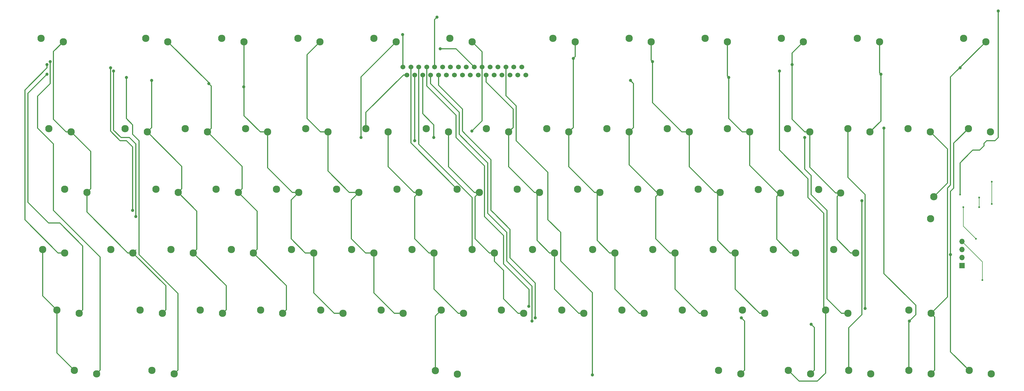
<source format=gbr>
%TF.GenerationSoftware,KiCad,Pcbnew,8.0.1*%
%TF.CreationDate,2024-06-22T21:57:47+10:00*%
%TF.ProjectId,A600KBv2,41363030-4b42-4763-922e-6b696361645f,rev?*%
%TF.SameCoordinates,Original*%
%TF.FileFunction,Copper,L2,Bot*%
%TF.FilePolarity,Positive*%
%FSLAX46Y46*%
G04 Gerber Fmt 4.6, Leading zero omitted, Abs format (unit mm)*
G04 Created by KiCad (PCBNEW 8.0.1) date 2024-06-22 21:57:47*
%MOMM*%
%LPD*%
G01*
G04 APERTURE LIST*
%TA.AperFunction,ComponentPad*%
%ADD10C,2.300000*%
%TD*%
%TA.AperFunction,ComponentPad*%
%ADD11R,1.700000X1.700000*%
%TD*%
%TA.AperFunction,ComponentPad*%
%ADD12O,1.700000X1.700000*%
%TD*%
%TA.AperFunction,ComponentPad*%
%ADD13C,1.524000*%
%TD*%
%TA.AperFunction,ViaPad*%
%ADD14C,1.000000*%
%TD*%
%TA.AperFunction,ViaPad*%
%ADD15C,0.600000*%
%TD*%
%TA.AperFunction,Conductor*%
%ADD16C,0.300000*%
%TD*%
%TA.AperFunction,Conductor*%
%ADD17C,0.200000*%
%TD*%
G04 APERTURE END LIST*
D10*
%TO.P,MX36,1,COL*%
%TO.N,/30*%
X83100000Y-159600000D03*
%TO.P,MX36,2,ROW*%
%TO.N,/14*%
X90100000Y-160650000D03*
%TD*%
%TO.P,MX78,1,COL*%
%TO.N,/7*%
X321850000Y-159600000D03*
%TO.P,MX78,2,ROW*%
%TO.N,/29*%
X328850000Y-160650000D03*
%TD*%
%TO.P,MX60,1,COL*%
%TO.N,Net-(J1-Pin_1)*%
X257600000Y-54700000D03*
%TO.P,MX60,2,ROW*%
%TO.N,/26*%
X264600000Y-55750000D03*
%TD*%
%TO.P,MX61,1,COL*%
%TO.N,/2*%
X264600000Y-83200000D03*
%TO.P,MX61,2,ROW*%
%TO.N,/26*%
X271600000Y-84250000D03*
%TD*%
%TO.P,MX41,1,COL*%
%TO.N,/7*%
X193350000Y-140500000D03*
%TO.P,MX41,2,ROW*%
%TO.N,/21*%
X200350000Y-141550000D03*
%TD*%
%TO.P,MX29,1,COL*%
%TO.N,/7*%
X155350000Y-140500000D03*
%TO.P,MX29,2,ROW*%
%TO.N,/19*%
X162350000Y-141550000D03*
%TD*%
%TO.P,MX66,1,COL*%
%TO.N,/3*%
X293350000Y-102446569D03*
%TO.P,MX66,2,ROW*%
%TO.N,/27*%
X300350000Y-103496569D03*
%TD*%
%TO.P,MX58,1,COL*%
%TO.N,Net-(J1-Pin_5)*%
X260100000Y-121400000D03*
%TO.P,MX58,2,ROW*%
%TO.N,/25*%
X267100000Y-122450000D03*
%TD*%
%TO.P,MX3,1,COL*%
%TO.N,/2*%
X50600000Y-83200000D03*
%TO.P,MX3,2,ROW*%
%TO.N,/15*%
X57600000Y-84250000D03*
%TD*%
%TO.P,MX76,1,COL*%
%TO.N,/3*%
X302850000Y-159600000D03*
%TO.P,MX76,2,ROW*%
%TO.N,/29*%
X309850000Y-160650000D03*
%TD*%
%TO.P,MX16,1,COL*%
%TO.N,Net-(J1-Pin_5)*%
X108100000Y-121400000D03*
%TO.P,MX16,2,ROW*%
%TO.N,/17*%
X115100000Y-122450000D03*
%TD*%
%TO.P,MX23,1,COL*%
%TO.N,/7*%
X136350000Y-140500000D03*
%TO.P,MX23,2,ROW*%
%TO.N,/18*%
X143350000Y-141550000D03*
%TD*%
%TO.P,MX12,1,COL*%
%TO.N,/30*%
X261850000Y-159600000D03*
%TO.P,MX12,2,ROW*%
%TO.N,/10*%
X268850000Y-160650000D03*
%TD*%
%TO.P,MX26,1,COL*%
%TO.N,/2*%
X131600000Y-83200000D03*
%TO.P,MX26,2,ROW*%
%TO.N,/19*%
X138600000Y-84250000D03*
%TD*%
%TO.P,MX70,1,COL*%
%TO.N,/2*%
X302600000Y-83200000D03*
%TO.P,MX70,2,ROW*%
%TO.N,/28*%
X309600000Y-84250000D03*
%TD*%
%TO.P,MX4,1,COL*%
%TO.N,/3*%
X55600000Y-102300000D03*
%TO.P,MX4,2,ROW*%
%TO.N,/15*%
X62600000Y-103350000D03*
%TD*%
%TO.P,MX59,1,COL*%
%TO.N,/7*%
X269350000Y-140500000D03*
%TO.P,MX59,2,ROW*%
%TO.N,/25*%
X276350000Y-141550000D03*
%TD*%
%TO.P,MX57,1,COL*%
%TO.N,/3*%
X255350000Y-102300000D03*
%TO.P,MX57,2,ROW*%
%TO.N,/25*%
X262350000Y-103350000D03*
%TD*%
%TO.P,MX46,1,COL*%
%TO.N,Net-(J1-Pin_1)*%
X209600000Y-54700000D03*
%TO.P,MX46,2,ROW*%
%TO.N,/23*%
X216600000Y-55750000D03*
%TD*%
%TO.P,MX53,1,COL*%
%TO.N,Net-(J1-Pin_5)*%
X241100000Y-121400000D03*
%TO.P,MX53,2,ROW*%
%TO.N,/24*%
X248100000Y-122450000D03*
%TD*%
%TO.P,MX72,1,COL*%
%TO.N,Net-(J1-Pin_5)*%
X340600000Y-83200000D03*
%TO.P,MX72,2,ROW*%
%TO.N,/28*%
X347600000Y-84250000D03*
%TD*%
%TO.P,MX44,1,COL*%
%TO.N,Net-(J1-Pin_5)*%
X203100000Y-121400000D03*
%TO.P,MX44,2,ROW*%
%TO.N,/22*%
X210100000Y-122450000D03*
%TD*%
%TO.P,MX73,1,COL*%
%TO.N,/7*%
X321600000Y-83200000D03*
%TO.P,MX73,2,ROW*%
%TO.N,/28*%
X328600000Y-84250000D03*
%TD*%
%TO.P,MX33,1,COL*%
%TO.N,/3*%
X160350000Y-102300000D03*
%TO.P,MX33,2,ROW*%
%TO.N,/20*%
X167350000Y-103350000D03*
%TD*%
%TO.P,MX27,1,COL*%
%TO.N,/3*%
X141350000Y-102300000D03*
%TO.P,MX27,2,ROW*%
%TO.N,/19*%
X148350000Y-103350000D03*
%TD*%
D11*
%TO.P,J2,1,Pin_1*%
%TO.N,Net-(D4-K)*%
X338606726Y-126508933D03*
D12*
%TO.P,J2,2,Pin_2*%
%TO.N,Net-(J2-Pin_2)*%
X338606726Y-123968933D03*
%TO.P,J2,3,Pin_3*%
%TO.N,Net-(J2-Pin_3)*%
X338606726Y-121428933D03*
%TO.P,J2,4,Pin_4*%
%TO.N,Net-(J2-Pin_4)*%
X338606726Y-118888933D03*
%TD*%
D10*
%TO.P,MX68,1,COL*%
%TO.N,/7*%
X172451750Y-159675000D03*
%TO.P,MX68,2,ROW*%
%TO.N,/27*%
X179451750Y-160725000D03*
%TD*%
%TO.P,MX71,1,COL*%
%TO.N,/3*%
X328675000Y-111675000D03*
%TO.P,MX71,2,ROW*%
%TO.N,/28*%
X329725000Y-104675000D03*
%TD*%
%TO.P,MX37,1,COL*%
%TO.N,Net-(J1-Pin_1)*%
X177100000Y-54700000D03*
%TO.P,MX37,2,ROW*%
%TO.N,/21*%
X184100000Y-55750000D03*
%TD*%
%TO.P,MX5,1,COL*%
%TO.N,Net-(J1-Pin_5)*%
X70100000Y-121400000D03*
%TO.P,MX5,2,ROW*%
%TO.N,/15*%
X77100000Y-122450000D03*
%TD*%
%TO.P,MX7,1,COL*%
%TO.N,/30*%
X283850000Y-159600000D03*
%TO.P,MX7,2,ROW*%
%TO.N,/8*%
X290850000Y-160650000D03*
%TD*%
%TO.P,MX18,1,COL*%
%TO.N,/30*%
X48600000Y-121400000D03*
%TO.P,MX18,2,ROW*%
%TO.N,/11*%
X55600000Y-122450000D03*
%TD*%
%TO.P,MX52,1,COL*%
%TO.N,/3*%
X236350000Y-102300000D03*
%TO.P,MX52,2,ROW*%
%TO.N,/24*%
X243350000Y-103350000D03*
%TD*%
%TO.P,MX30,1,COL*%
%TO.N,/30*%
X58600000Y-159600000D03*
%TO.P,MX30,2,ROW*%
%TO.N,/13*%
X65600000Y-160650000D03*
%TD*%
%TO.P,MX1,1,COL*%
%TO.N,/30*%
X295600000Y-140500000D03*
%TO.P,MX1,2,ROW*%
%TO.N,/6*%
X302600000Y-141550000D03*
%TD*%
%TO.P,MX15,1,COL*%
%TO.N,/3*%
X103350000Y-102300000D03*
%TO.P,MX15,2,ROW*%
%TO.N,/17*%
X110350000Y-103350000D03*
%TD*%
%TO.P,MX50,1,COL*%
%TO.N,/7*%
X231350000Y-140500000D03*
%TO.P,MX50,2,ROW*%
%TO.N,/23*%
X238350000Y-141550000D03*
%TD*%
%TO.P,MX24,1,COL*%
%TO.N,/30*%
X53100000Y-140500000D03*
%TO.P,MX24,2,ROW*%
%TO.N,/12*%
X60100000Y-141550000D03*
%TD*%
%TO.P,MX42,1,COL*%
%TO.N,/2*%
X188600000Y-83200000D03*
%TO.P,MX42,2,ROW*%
%TO.N,/22*%
X195600000Y-84250000D03*
%TD*%
%TO.P,MX25,1,COL*%
%TO.N,Net-(J1-Pin_1)*%
X129100000Y-54700000D03*
%TO.P,MX25,2,ROW*%
%TO.N,/19*%
X136100000Y-55750000D03*
%TD*%
%TO.P,MX48,1,COL*%
%TO.N,/3*%
X217350000Y-102300000D03*
%TO.P,MX48,2,ROW*%
%TO.N,/23*%
X224350000Y-103350000D03*
%TD*%
%TO.P,MX31,1,COL*%
%TO.N,Net-(J1-Pin_1)*%
X153100000Y-54700000D03*
%TO.P,MX31,2,ROW*%
%TO.N,/20*%
X160100000Y-55750000D03*
%TD*%
%TO.P,MX56,1,COL*%
%TO.N,/2*%
X245600000Y-83200000D03*
%TO.P,MX56,2,ROW*%
%TO.N,/25*%
X252600000Y-84250000D03*
%TD*%
%TO.P,MX69,1,COL*%
%TO.N,Net-(J1-Pin_1)*%
X305600000Y-54700000D03*
%TO.P,MX69,2,ROW*%
%TO.N,/28*%
X312600000Y-55750000D03*
%TD*%
%TO.P,MX9,1,COL*%
%TO.N,/3*%
X84350000Y-102300000D03*
%TO.P,MX9,2,ROW*%
%TO.N,/16*%
X91350000Y-103350000D03*
%TD*%
%TO.P,MX43,1,COL*%
%TO.N,/3*%
X198350000Y-102300000D03*
%TO.P,MX43,2,ROW*%
%TO.N,/22*%
X205350000Y-103350000D03*
%TD*%
%TO.P,MX49,1,COL*%
%TO.N,Net-(J1-Pin_5)*%
X222100000Y-121400000D03*
%TO.P,MX49,2,ROW*%
%TO.N,/23*%
X229100000Y-122450000D03*
%TD*%
%TO.P,MX65,1,COL*%
%TO.N,/2*%
X283600000Y-83200000D03*
%TO.P,MX65,2,ROW*%
%TO.N,/27*%
X290600000Y-84250000D03*
%TD*%
%TO.P,MX34,1,COL*%
%TO.N,Net-(J1-Pin_5)*%
X165100000Y-121400000D03*
%TO.P,MX34,2,ROW*%
%TO.N,/20*%
X172100000Y-122450000D03*
%TD*%
%TO.P,MX38,1,COL*%
%TO.N,/2*%
X169600000Y-83200000D03*
%TO.P,MX38,2,ROW*%
%TO.N,/21*%
X176600000Y-84250000D03*
%TD*%
%TO.P,MX40,1,COL*%
%TO.N,Net-(J1-Pin_5)*%
X184100000Y-121400000D03*
%TO.P,MX40,2,ROW*%
%TO.N,/21*%
X191100000Y-122450000D03*
%TD*%
%TO.P,MX21,1,COL*%
%TO.N,/3*%
X122350000Y-102300000D03*
%TO.P,MX21,2,ROW*%
%TO.N,/18*%
X129350000Y-103350000D03*
%TD*%
%TO.P,MX62,1,COL*%
%TO.N,/3*%
X274350000Y-102450000D03*
%TO.P,MX62,2,ROW*%
%TO.N,/26*%
X281350000Y-103500000D03*
%TD*%
%TO.P,MX63,1,COL*%
%TO.N,Net-(J1-Pin_5)*%
X279100000Y-121400000D03*
%TO.P,MX63,2,ROW*%
%TO.N,/26*%
X286100000Y-122450000D03*
%TD*%
%TO.P,MX13,1,COL*%
%TO.N,Net-(J1-Pin_1)*%
X81100000Y-54700000D03*
%TO.P,MX13,2,ROW*%
%TO.N,/17*%
X88100000Y-55750000D03*
%TD*%
%TO.P,MX10,1,COL*%
%TO.N,Net-(J1-Pin_5)*%
X89100000Y-121400000D03*
%TO.P,MX10,2,ROW*%
%TO.N,/16*%
X96100000Y-122450000D03*
%TD*%
%TO.P,MX55,1,COL*%
%TO.N,Net-(J1-Pin_1)*%
X233600000Y-54700000D03*
%TO.P,MX55,2,ROW*%
%TO.N,/25*%
X240600000Y-55750000D03*
%TD*%
%TO.P,MX14,1,COL*%
%TO.N,/2*%
X93600000Y-83200000D03*
%TO.P,MX14,2,ROW*%
%TO.N,/17*%
X100600000Y-84250000D03*
%TD*%
%TO.P,MX32,1,COL*%
%TO.N,/2*%
X150600000Y-83200000D03*
%TO.P,MX32,2,ROW*%
%TO.N,/20*%
X157600000Y-84250000D03*
%TD*%
%TO.P,MX20,1,COL*%
%TO.N,/2*%
X112600000Y-83200000D03*
%TO.P,MX20,2,ROW*%
%TO.N,/18*%
X119600000Y-84250000D03*
%TD*%
%TO.P,MX8,1,COL*%
%TO.N,/2*%
X74600000Y-83200000D03*
%TO.P,MX8,2,ROW*%
%TO.N,/16*%
X81600000Y-84250000D03*
%TD*%
%TO.P,MX67,1,COL*%
%TO.N,Net-(J1-Pin_5)*%
X298100000Y-121400000D03*
%TO.P,MX67,2,ROW*%
%TO.N,/27*%
X305100000Y-122450000D03*
%TD*%
%TO.P,MX2,1,COL*%
%TO.N,Net-(J1-Pin_1)*%
X48100000Y-54700000D03*
%TO.P,MX2,2,ROW*%
%TO.N,/15*%
X55100000Y-55750000D03*
%TD*%
%TO.P,MX19,1,COL*%
%TO.N,Net-(J1-Pin_1)*%
X105100000Y-54700000D03*
%TO.P,MX19,2,ROW*%
%TO.N,/18*%
X112100000Y-55750000D03*
%TD*%
%TO.P,MX75,1,COL*%
%TO.N,/2*%
X321850000Y-140500000D03*
%TO.P,MX75,2,ROW*%
%TO.N,/29*%
X328850000Y-141550000D03*
%TD*%
%TO.P,MX74,1,COL*%
%TO.N,Net-(J1-Pin_1)*%
X339100000Y-54700000D03*
%TO.P,MX74,2,ROW*%
%TO.N,/29*%
X346100000Y-55750000D03*
%TD*%
%TO.P,MX47,1,COL*%
%TO.N,/2*%
X207600000Y-83200000D03*
%TO.P,MX47,2,ROW*%
%TO.N,/23*%
X214600000Y-84250000D03*
%TD*%
%TO.P,MX22,1,COL*%
%TO.N,Net-(J1-Pin_5)*%
X127100000Y-121400000D03*
%TO.P,MX22,2,ROW*%
%TO.N,/18*%
X134100000Y-122450000D03*
%TD*%
%TO.P,MX77,1,COL*%
%TO.N,Net-(J1-Pin_5)*%
X340850000Y-159600000D03*
%TO.P,MX77,2,ROW*%
%TO.N,/29*%
X347850000Y-160650000D03*
%TD*%
%TO.P,MX45,1,COL*%
%TO.N,/7*%
X212350000Y-140500000D03*
%TO.P,MX45,2,ROW*%
%TO.N,/22*%
X219350000Y-141550000D03*
%TD*%
%TO.P,MX28,1,COL*%
%TO.N,Net-(J1-Pin_5)*%
X146100000Y-121400000D03*
%TO.P,MX28,2,ROW*%
%TO.N,/19*%
X153100000Y-122450000D03*
%TD*%
%TO.P,MX64,1,COL*%
%TO.N,Net-(J1-Pin_1)*%
X281600000Y-54700000D03*
%TO.P,MX64,2,ROW*%
%TO.N,/27*%
X288600000Y-55750000D03*
%TD*%
%TO.P,MX6,1,COL*%
%TO.N,/7*%
X79350000Y-140500000D03*
%TO.P,MX6,2,ROW*%
%TO.N,/15*%
X86350000Y-141550000D03*
%TD*%
%TO.P,MX39,1,COL*%
%TO.N,/3*%
X179350000Y-102300000D03*
%TO.P,MX39,2,ROW*%
%TO.N,/21*%
X186350000Y-103350000D03*
%TD*%
%TO.P,MX11,1,COL*%
%TO.N,/7*%
X98350000Y-140500000D03*
%TO.P,MX11,2,ROW*%
%TO.N,/16*%
X105350000Y-141550000D03*
%TD*%
%TO.P,MX54,1,COL*%
%TO.N,/7*%
X250350000Y-140500000D03*
%TO.P,MX54,2,ROW*%
%TO.N,/24*%
X257350000Y-141550000D03*
%TD*%
%TO.P,MX17,1,COL*%
%TO.N,/7*%
X117350000Y-140500000D03*
%TO.P,MX17,2,ROW*%
%TO.N,/17*%
X124350000Y-141550000D03*
%TD*%
%TO.P,MX35,1,COL*%
%TO.N,/7*%
X174350000Y-140500000D03*
%TO.P,MX35,2,ROW*%
%TO.N,/20*%
X181350000Y-141550000D03*
%TD*%
%TO.P,MX51,1,COL*%
%TO.N,/2*%
X226600000Y-83200000D03*
%TO.P,MX51,2,ROW*%
%TO.N,/24*%
X233600000Y-84250000D03*
%TD*%
D13*
%TO.P,J1,1,Pin_1*%
%TO.N,Net-(J1-Pin_1)*%
X162250000Y-63750000D03*
%TO.P,J1,2,Pin_2*%
%TO.N,/2*%
X163500000Y-66250000D03*
%TO.P,J1,3,Pin_3*%
%TO.N,/3*%
X164750000Y-63750000D03*
%TO.P,J1,4,Pin_4*%
%TO.N,CAPS_GND*%
X166000000Y-66250000D03*
%TO.P,J1,5,Pin_5*%
%TO.N,Net-(J1-Pin_5)*%
X167250000Y-63750000D03*
%TO.P,J1,6,Pin_6*%
%TO.N,/6*%
X168500000Y-66250000D03*
%TO.P,J1,7,Pin_7*%
%TO.N,/7*%
X169750000Y-63750000D03*
%TO.P,J1,8,Pin_8*%
%TO.N,/8*%
X171000000Y-66250000D03*
%TO.P,J1,9,Pin_9*%
%TO.N,CAPS_LOCK*%
X172250000Y-63750000D03*
%TO.P,J1,10,Pin_10*%
%TO.N,/10*%
X173500000Y-66250000D03*
%TO.P,J1,11,Pin_11*%
%TO.N,/11*%
X174750000Y-63750000D03*
%TO.P,J1,12,Pin_12*%
%TO.N,/12*%
X176000000Y-66250000D03*
%TO.P,J1,13,Pin_13*%
%TO.N,/13*%
X177250000Y-63750000D03*
%TO.P,J1,14,Pin_14*%
%TO.N,/14*%
X178500000Y-66250000D03*
%TO.P,J1,15,Pin_15*%
%TO.N,/15*%
X179750000Y-63750000D03*
%TO.P,J1,16,Pin_16*%
%TO.N,/16*%
X181000000Y-66250000D03*
%TO.P,J1,17,Pin_17*%
%TO.N,/17*%
X182250000Y-63750000D03*
%TO.P,J1,18,Pin_18*%
%TO.N,/18*%
X183500000Y-66250000D03*
%TO.P,J1,19,Pin_19*%
%TO.N,/19*%
X184750000Y-63750000D03*
%TO.P,J1,20,Pin_20*%
%TO.N,/20*%
X186000000Y-66250000D03*
%TO.P,J1,21,Pin_21*%
%TO.N,/21*%
X187250000Y-63750000D03*
%TO.P,J1,22,Pin_22*%
%TO.N,/22*%
X188500000Y-66250000D03*
%TO.P,J1,23,Pin_23*%
%TO.N,/23*%
X189750000Y-63750000D03*
%TO.P,J1,24,Pin_24*%
%TO.N,/24*%
X191000000Y-66250000D03*
%TO.P,J1,25,Pin_25*%
%TO.N,/25*%
X192250000Y-63750000D03*
%TO.P,J1,26,Pin_26*%
%TO.N,/26*%
X193500000Y-66250000D03*
%TO.P,J1,27,Pin_27*%
%TO.N,/27*%
X194750000Y-63750000D03*
%TO.P,J1,28,Pin_28*%
%TO.N,/28*%
X196000000Y-66250000D03*
%TO.P,J1,29,Pin_29*%
%TO.N,/29*%
X197250000Y-63750000D03*
%TO.P,J1,30,Pin_30*%
%TO.N,/30*%
X198500000Y-66250000D03*
%TO.P,J1,31,Pin_31*%
%TO.N,unconnected-(J1-Pin_31-Pad31)*%
X199750000Y-63750000D03*
%TO.P,J1,32,Pin_32*%
%TO.N,unconnected-(J1-Pin_32-Pad32)*%
X201000000Y-66250000D03*
%TD*%
D14*
%TO.N,/30*%
X281000000Y-65000000D03*
%TO.N,/6*%
X172000000Y-86000000D03*
X289000000Y-86000000D03*
%TO.N,Net-(J1-Pin_1)*%
X162128487Y-53515826D03*
%TO.N,/3*%
X307000000Y-106000000D03*
%TO.N,/7*%
X322000000Y-144000000D03*
X314000000Y-83000000D03*
X201985474Y-139348605D03*
%TO.N,/8*%
X203000000Y-144000000D03*
X291000000Y-145000000D03*
%TO.N,/16*%
X83000000Y-68000000D03*
%TO.N,/2*%
X308000000Y-140000000D03*
%TO.N,/10*%
X204000000Y-143000000D03*
X269000000Y-143000000D03*
%TO.N,/17*%
X101000000Y-69000000D03*
%TO.N,/11*%
X50000000Y-63000000D03*
%TO.N,/18*%
X112000000Y-70000000D03*
%TO.N,/12*%
X50000000Y-66000000D03*
%TO.N,/19*%
X174000000Y-58000000D03*
%TO.N,/13*%
X51000000Y-62000000D03*
%TO.N,/20*%
X149000000Y-86000000D03*
%TO.N,/14*%
X75000000Y-67000000D03*
%TO.N,/21*%
X184000000Y-84000000D03*
%TO.N,/23*%
X216000000Y-61000000D03*
%TO.N,/24*%
X234000000Y-68000000D03*
%TO.N,/25*%
X241000000Y-62000000D03*
%TO.N,/26*%
X265000000Y-67000000D03*
%TO.N,/27*%
X285000000Y-63000000D03*
X222000000Y-161000000D03*
%TO.N,/28*%
X313000000Y-66000000D03*
%TO.N,/29*%
X338000000Y-64000000D03*
%TO.N,Net-(J1-Pin_5)*%
X335000000Y-123000000D03*
D15*
%TO.N,Net-(J2-Pin_2)*%
X344000000Y-105000000D03*
X344000000Y-108000000D03*
%TO.N,Net-(J2-Pin_4)*%
X345000000Y-131000000D03*
%TO.N,Net-(D4-K)*%
X339000000Y-108000000D03*
X343000000Y-118000000D03*
%TO.N,Net-(D1-K)*%
X348000000Y-100000000D03*
X348000000Y-107000000D03*
%TO.N,CAPS_LOCK*%
X350000000Y-46000000D03*
D14*
X173000000Y-48000000D03*
X350000000Y-46000000D03*
X70000000Y-64000000D03*
X77000000Y-109000000D03*
D15*
X338000000Y-104000000D03*
D14*
%TO.N,CAPS_GND*%
X78000000Y-111000000D03*
X166000000Y-87000000D03*
X71000000Y-65000000D03*
%TD*%
D16*
%TO.N,/30*%
X281000000Y-90000000D02*
X290000000Y-99000000D01*
X293000000Y-163000000D02*
X287250000Y-163000000D01*
X295600000Y-160400000D02*
X293000000Y-163000000D01*
X295600000Y-140500000D02*
X295600000Y-160400000D01*
X290000000Y-99000000D02*
X290000000Y-105000000D01*
X287250000Y-163000000D02*
X283850000Y-159600000D01*
X53100000Y-154100000D02*
X53100000Y-140500000D01*
X281000000Y-65000000D02*
X281000000Y-90000000D01*
X58600000Y-159600000D02*
X53100000Y-154100000D01*
X290000000Y-105000000D02*
X295000000Y-110000000D01*
X295000000Y-139900000D02*
X295600000Y-140500000D01*
X53100000Y-140500000D02*
X48600000Y-136000000D01*
X48600000Y-136000000D02*
X48600000Y-121400000D01*
X295000000Y-110000000D02*
X295000000Y-139900000D01*
%TO.N,/6*%
X171000000Y-81000000D02*
X172000000Y-82000000D01*
X289000000Y-86000000D02*
X289000000Y-96000000D01*
X289000000Y-96000000D02*
X291000000Y-98000000D01*
X296000000Y-137000000D02*
X300550000Y-141550000D01*
X168500000Y-78500000D02*
X171000000Y-81000000D01*
X296000000Y-109000000D02*
X296000000Y-137000000D01*
X300550000Y-141550000D02*
X302600000Y-141550000D01*
X168500000Y-66250000D02*
X168500000Y-78500000D01*
X291000000Y-98000000D02*
X291000000Y-104000000D01*
X291000000Y-104000000D02*
X296000000Y-109000000D01*
X172000000Y-82000000D02*
X172000000Y-86000000D01*
%TO.N,/15*%
X77100000Y-122450000D02*
X75473655Y-122450000D01*
X75473655Y-122450000D02*
X62600000Y-109576345D01*
X86350000Y-141550000D02*
X87500000Y-140400000D01*
X52000000Y-58850000D02*
X55100000Y-55750000D01*
X87500000Y-132850000D02*
X77100000Y-122450000D01*
X77100000Y-122450000D02*
X78000000Y-121550000D01*
X55973655Y-84250000D02*
X52000000Y-80276345D01*
X63750000Y-102200000D02*
X62600000Y-103350000D01*
X63750000Y-90400000D02*
X63750000Y-102200000D01*
X87500000Y-140400000D02*
X87500000Y-132850000D01*
X52000000Y-80276345D02*
X52000000Y-58850000D01*
X57600000Y-84250000D02*
X63750000Y-90400000D01*
X57600000Y-84250000D02*
X55973655Y-84250000D01*
X62600000Y-109576345D02*
X62600000Y-103350000D01*
%TO.N,Net-(J1-Pin_1)*%
X162250000Y-63750000D02*
X162250000Y-53637339D01*
X162250000Y-53637339D02*
X162128487Y-53515826D01*
%TO.N,/3*%
X302850000Y-159600000D02*
X302850000Y-146150000D01*
X164750000Y-87700000D02*
X179350000Y-102300000D01*
X307000000Y-142000000D02*
X307000000Y-106000000D01*
X302850000Y-146150000D02*
X307000000Y-142000000D01*
X164750000Y-63750000D02*
X164750000Y-87700000D01*
%TO.N,/7*%
X174350000Y-140500000D02*
X172451750Y-142398250D01*
X314000000Y-111000000D02*
X314000000Y-83000000D01*
X172451750Y-142398250D02*
X172451750Y-159675000D01*
X194000000Y-126000000D02*
X202000000Y-134000000D01*
X194000000Y-117000000D02*
X194000000Y-126000000D01*
X179000000Y-86000000D02*
X188000000Y-95000000D01*
X188000000Y-111000000D02*
X194000000Y-117000000D01*
X322000000Y-137000000D02*
X314000000Y-129000000D01*
X324000000Y-139000000D02*
X322000000Y-137000000D01*
X169750000Y-69750000D02*
X179000000Y-79000000D01*
X324000000Y-142000000D02*
X324000000Y-139000000D01*
X321850000Y-144150000D02*
X324000000Y-142000000D01*
X314000000Y-129000000D02*
X314000000Y-111000000D01*
X179000000Y-79000000D02*
X179000000Y-86000000D01*
X169750000Y-63750000D02*
X169750000Y-69750000D01*
X188000000Y-95000000D02*
X188000000Y-111000000D01*
X202000000Y-139334079D02*
X201985474Y-139348605D01*
X202000000Y-134000000D02*
X202000000Y-139334079D01*
X321850000Y-159600000D02*
X321850000Y-144150000D01*
%TO.N,/8*%
X292000000Y-146000000D02*
X292000000Y-159500000D01*
X291000000Y-145000000D02*
X292000000Y-146000000D01*
X171000000Y-69000000D02*
X176000000Y-74000000D01*
X180000000Y-78000000D02*
X180000000Y-84000000D01*
X180000000Y-84000000D02*
X180000000Y-85000000D01*
X195000000Y-125000000D02*
X203000000Y-133000000D01*
X203000000Y-135000000D02*
X203000000Y-144000000D01*
X195000000Y-116000000D02*
X195000000Y-125000000D01*
X292000000Y-159500000D02*
X290850000Y-160650000D01*
X189000000Y-94000000D02*
X189000000Y-110000000D01*
X171000000Y-66250000D02*
X171000000Y-69000000D01*
X183000000Y-88000000D02*
X189000000Y-94000000D01*
X180000000Y-85000000D02*
X183000000Y-88000000D01*
X203000000Y-133000000D02*
X203000000Y-135000000D01*
X176000000Y-74000000D02*
X180000000Y-78000000D01*
X189000000Y-110000000D02*
X195000000Y-116000000D01*
%TO.N,/16*%
X106500000Y-140400000D02*
X106500000Y-132850000D01*
X97250000Y-121300000D02*
X97250000Y-109250000D01*
X97250000Y-109250000D02*
X91350000Y-103350000D01*
X105350000Y-141550000D02*
X106500000Y-140400000D01*
X92500000Y-102200000D02*
X92500000Y-95150000D01*
X83000000Y-82850000D02*
X81600000Y-84250000D01*
X106500000Y-132850000D02*
X96100000Y-122450000D01*
X83000000Y-68000000D02*
X83000000Y-82850000D01*
X92500000Y-95150000D02*
X81600000Y-84250000D01*
X96100000Y-122450000D02*
X97250000Y-121300000D01*
X91350000Y-103350000D02*
X92500000Y-102200000D01*
%TO.N,/2*%
X163500000Y-66250000D02*
X162422370Y-66250000D01*
X150600000Y-78072370D02*
X150600000Y-83200000D01*
X308000000Y-104000000D02*
X308000000Y-140000000D01*
X302600000Y-98600000D02*
X308000000Y-104000000D01*
X302600000Y-83200000D02*
X302600000Y-98600000D01*
X162422370Y-66250000D02*
X150600000Y-78072370D01*
%TO.N,/10*%
X269000000Y-143000000D02*
X270000000Y-144000000D01*
X204000000Y-132000000D02*
X204000000Y-133000000D01*
X270000000Y-159500000D02*
X268850000Y-160650000D01*
X173500000Y-69500000D02*
X180000000Y-76000000D01*
X204000000Y-133000000D02*
X204000000Y-143000000D01*
X196000000Y-115000000D02*
X196000000Y-124000000D01*
X181000000Y-77000000D02*
X181000000Y-84000000D01*
X196000000Y-124000000D02*
X204000000Y-132000000D01*
X173500000Y-66250000D02*
X173500000Y-69500000D01*
X190000000Y-109000000D02*
X191000000Y-110000000D01*
X191000000Y-110000000D02*
X196000000Y-115000000D01*
X180000000Y-76000000D02*
X181000000Y-77000000D01*
X182000000Y-85000000D02*
X190000000Y-93000000D01*
X181000000Y-84000000D02*
X182000000Y-85000000D01*
X270000000Y-144000000D02*
X270000000Y-159500000D01*
X190000000Y-93000000D02*
X190000000Y-109000000D01*
%TO.N,/17*%
X101750000Y-83100000D02*
X101750000Y-69750000D01*
X101750000Y-69750000D02*
X101000000Y-69000000D01*
X125500000Y-132850000D02*
X125500000Y-140400000D01*
X125500000Y-140400000D02*
X124350000Y-141550000D01*
X101000000Y-69000000D02*
X101000000Y-68650000D01*
X111500000Y-95150000D02*
X111500000Y-102200000D01*
X100600000Y-84250000D02*
X111500000Y-95150000D01*
X111500000Y-102200000D02*
X110350000Y-103350000D01*
X101000000Y-68650000D02*
X88100000Y-55750000D01*
X101750000Y-83100000D02*
X100600000Y-84250000D01*
X116250000Y-121300000D02*
X115100000Y-122450000D01*
X115100000Y-122450000D02*
X125500000Y-132850000D01*
X110350000Y-103350000D02*
X116250000Y-109250000D01*
X116250000Y-109250000D02*
X116250000Y-121300000D01*
%TO.N,/11*%
X50000000Y-63000000D02*
X50000000Y-64000000D01*
X53450000Y-122450000D02*
X55600000Y-122450000D01*
X50000000Y-64000000D02*
X43000000Y-71000000D01*
X43000000Y-112000000D02*
X53450000Y-122450000D01*
X43000000Y-71000000D02*
X43000000Y-112000000D01*
%TO.N,/18*%
X112100000Y-79100000D02*
X117250000Y-84250000D01*
X112100000Y-55750000D02*
X112100000Y-79100000D01*
X129350000Y-103350000D02*
X127000000Y-105700000D01*
X131450000Y-122450000D02*
X134100000Y-122450000D01*
X119600000Y-84250000D02*
X119600000Y-95600000D01*
X134100000Y-122450000D02*
X134100000Y-135100000D01*
X134100000Y-135100000D02*
X140550000Y-141550000D01*
X117250000Y-84250000D02*
X119600000Y-84250000D01*
X119600000Y-95600000D02*
X127350000Y-103350000D01*
X127350000Y-103350000D02*
X129350000Y-103350000D01*
X127000000Y-105700000D02*
X127000000Y-118000000D01*
X140550000Y-141550000D02*
X143350000Y-141550000D01*
X127000000Y-118000000D02*
X131450000Y-122450000D01*
%TO.N,/12*%
X50000000Y-66000000D02*
X44000000Y-72000000D01*
X61250000Y-140400000D02*
X60100000Y-141550000D01*
X44000000Y-72000000D02*
X44000000Y-106519239D01*
X50480761Y-113000000D02*
X54000000Y-113000000D01*
X44000000Y-106519239D02*
X50480761Y-113000000D01*
X61250000Y-120250000D02*
X61250000Y-140400000D01*
X54000000Y-113000000D02*
X61250000Y-120250000D01*
%TO.N,/19*%
X132000000Y-59850000D02*
X132000000Y-80000000D01*
X148350000Y-103350000D02*
X146000000Y-105700000D01*
X146000000Y-105700000D02*
X146000000Y-118000000D01*
X136100000Y-55750000D02*
X132000000Y-59850000D01*
X136250000Y-84250000D02*
X138600000Y-84250000D01*
X138600000Y-96600000D02*
X145350000Y-103350000D01*
X153100000Y-135100000D02*
X159550000Y-141550000D01*
X159550000Y-141550000D02*
X162350000Y-141550000D01*
X146000000Y-118000000D02*
X150450000Y-122450000D01*
X174000000Y-58000000D02*
X179000000Y-58000000D01*
X150450000Y-122450000D02*
X153100000Y-122450000D01*
X179000000Y-58000000D02*
X184750000Y-63750000D01*
X153100000Y-122450000D02*
X153100000Y-135100000D01*
X145350000Y-103350000D02*
X148350000Y-103350000D01*
X132000000Y-80000000D02*
X136250000Y-84250000D01*
X138600000Y-84250000D02*
X138600000Y-96600000D01*
%TO.N,/13*%
X52000000Y-109000000D02*
X66750000Y-123750000D01*
X66750000Y-159500000D02*
X65600000Y-160650000D01*
X52000000Y-88000000D02*
X52000000Y-109000000D01*
X47000000Y-83000000D02*
X52000000Y-88000000D01*
X66750000Y-123750000D02*
X66750000Y-159500000D01*
X47000000Y-73000000D02*
X47000000Y-83000000D01*
X51000000Y-69000000D02*
X47000000Y-73000000D01*
X51000000Y-62000000D02*
X51000000Y-69000000D01*
%TO.N,/20*%
X181350000Y-141550000D02*
X179723655Y-141550000D01*
X167350000Y-103350000D02*
X165723655Y-103350000D01*
X165723655Y-103350000D02*
X157600000Y-95226345D01*
X160100000Y-55750000D02*
X149000000Y-66850000D01*
X179723655Y-141550000D02*
X172100000Y-133926345D01*
X149000000Y-66850000D02*
X149000000Y-86000000D01*
X172100000Y-133926345D02*
X172100000Y-122450000D01*
X166000000Y-104700000D02*
X167350000Y-103350000D01*
X157600000Y-95226345D02*
X157600000Y-84250000D01*
X166000000Y-117976345D02*
X166000000Y-104700000D01*
X170473655Y-122450000D02*
X166000000Y-117976345D01*
X172100000Y-122450000D02*
X170473655Y-122450000D01*
%TO.N,/14*%
X77000000Y-82000000D02*
X77000000Y-85000000D01*
X79000000Y-87000000D02*
X79000000Y-123000000D01*
X77000000Y-85000000D02*
X79000000Y-87000000D01*
X79000000Y-123000000D02*
X91250000Y-135250000D01*
X91250000Y-159500000D02*
X90100000Y-160650000D01*
X91250000Y-135250000D02*
X91250000Y-159500000D01*
X75000000Y-80000000D02*
X77000000Y-82000000D01*
X75000000Y-67000000D02*
X75000000Y-80000000D01*
%TO.N,/21*%
X191100000Y-122450000D02*
X189473655Y-122450000D01*
X185000000Y-117976345D02*
X185000000Y-104700000D01*
X186350000Y-103350000D02*
X184723655Y-103350000D01*
X184100000Y-55750000D02*
X187250000Y-58900000D01*
X191100000Y-122450000D02*
X191100000Y-125100000D01*
X185000000Y-104700000D02*
X186350000Y-103350000D01*
X198550000Y-141550000D02*
X200350000Y-141550000D01*
X187250000Y-63750000D02*
X187250000Y-80750000D01*
X189473655Y-122450000D02*
X185000000Y-117976345D01*
X194000000Y-137000000D02*
X198550000Y-141550000D01*
X176600000Y-95226345D02*
X176600000Y-84250000D01*
X184723655Y-103350000D02*
X176600000Y-95226345D01*
X187250000Y-58900000D02*
X187250000Y-63750000D01*
X187250000Y-80750000D02*
X184000000Y-84000000D01*
X194000000Y-128000000D02*
X194000000Y-137000000D01*
X191100000Y-125100000D02*
X194000000Y-128000000D01*
%TO.N,/22*%
X217723655Y-141550000D02*
X210100000Y-133926345D01*
X188500000Y-66250000D02*
X188500000Y-68500000D01*
X204550000Y-118526345D02*
X204550000Y-104150000D01*
X210100000Y-122450000D02*
X208473655Y-122450000D01*
X203723655Y-103350000D02*
X195600000Y-95226345D01*
X197000000Y-82850000D02*
X195600000Y-84250000D01*
X195600000Y-95226345D02*
X195600000Y-84250000D01*
X210100000Y-133926345D02*
X210100000Y-122450000D01*
X204550000Y-104150000D02*
X205350000Y-103350000D01*
X219350000Y-141550000D02*
X217723655Y-141550000D01*
X188500000Y-68500000D02*
X197000000Y-77000000D01*
X205350000Y-103350000D02*
X203723655Y-103350000D01*
X197000000Y-77000000D02*
X197000000Y-82850000D01*
X208473655Y-122450000D02*
X204550000Y-118526345D01*
%TO.N,/23*%
X223550000Y-118526345D02*
X223550000Y-104150000D01*
X216000000Y-61000000D02*
X216000000Y-82850000D01*
X216000000Y-82850000D02*
X214600000Y-84250000D01*
X216600000Y-55750000D02*
X216600000Y-60400000D01*
X224350000Y-103350000D02*
X222723655Y-103350000D01*
X229100000Y-122450000D02*
X227473655Y-122450000D01*
X222723655Y-103350000D02*
X214600000Y-95226345D01*
X227473655Y-122450000D02*
X223550000Y-118526345D01*
X238350000Y-141550000D02*
X236723655Y-141550000D01*
X229100000Y-133926345D02*
X229100000Y-122450000D01*
X216600000Y-60400000D02*
X216000000Y-61000000D01*
X223550000Y-104150000D02*
X224350000Y-103350000D01*
X214600000Y-95226345D02*
X214600000Y-84250000D01*
X236723655Y-141550000D02*
X229100000Y-133926345D01*
%TO.N,/24*%
X242000000Y-104700000D02*
X243350000Y-103350000D01*
X242328070Y-103350000D02*
X233600000Y-94621930D01*
X257350000Y-141550000D02*
X255723655Y-141550000D01*
X233600000Y-94621930D02*
X233600000Y-84250000D01*
X246473655Y-122450000D02*
X242000000Y-117976345D01*
X235000000Y-69000000D02*
X235000000Y-82850000D01*
X234000000Y-68000000D02*
X235000000Y-69000000D01*
X243350000Y-103350000D02*
X242328070Y-103350000D01*
X255723655Y-141550000D02*
X248100000Y-133926345D01*
X248100000Y-133926345D02*
X248100000Y-122450000D01*
X248100000Y-122450000D02*
X246473655Y-122450000D01*
X242000000Y-117976345D02*
X242000000Y-104700000D01*
X235000000Y-82850000D02*
X233600000Y-84250000D01*
%TO.N,/25*%
X250250000Y-84250000D02*
X252600000Y-84250000D01*
X267100000Y-133926345D02*
X267100000Y-122450000D01*
X261550000Y-104150000D02*
X262350000Y-103350000D01*
X267100000Y-122450000D02*
X265473655Y-122450000D01*
X240600000Y-61600000D02*
X241000000Y-62000000D01*
X261550000Y-118526345D02*
X261550000Y-104150000D01*
X274723655Y-141550000D02*
X267100000Y-133926345D01*
X241000000Y-62000000D02*
X241000000Y-75000000D01*
X260723655Y-103350000D02*
X252600000Y-95226345D01*
X252600000Y-95226345D02*
X252600000Y-84250000D01*
X240600000Y-55750000D02*
X240600000Y-61600000D01*
X265473655Y-122450000D02*
X261550000Y-118526345D01*
X241000000Y-75000000D02*
X250250000Y-84250000D01*
X276350000Y-141550000D02*
X274723655Y-141550000D01*
X262350000Y-103350000D02*
X260723655Y-103350000D01*
%TO.N,/26*%
X271600000Y-94771930D02*
X280328070Y-103500000D01*
X264600000Y-55750000D02*
X264600000Y-66600000D01*
X265000000Y-67000000D02*
X265000000Y-80000000D01*
X280328070Y-103500000D02*
X281350000Y-103500000D01*
X284450000Y-122450000D02*
X286100000Y-122450000D01*
X281350000Y-103500000D02*
X280200000Y-104650000D01*
X269250000Y-84250000D02*
X271600000Y-84250000D01*
X280200000Y-104650000D02*
X280200000Y-118200000D01*
X265000000Y-80000000D02*
X269250000Y-84250000D01*
X271600000Y-84250000D02*
X271600000Y-94771930D01*
X280200000Y-118200000D02*
X284450000Y-122450000D01*
X264600000Y-66600000D02*
X265000000Y-67000000D01*
%TO.N,/27*%
X212000000Y-125000000D02*
X212000000Y-116000000D01*
X194750000Y-72750000D02*
X194750000Y-63750000D01*
X299200000Y-104646569D02*
X300350000Y-103496569D01*
X288973655Y-84250000D02*
X285000000Y-80276345D01*
X208000000Y-97000000D02*
X198000000Y-87000000D01*
X212000000Y-116000000D02*
X208000000Y-112000000D01*
X222000000Y-135000000D02*
X212000000Y-125000000D01*
X198000000Y-87000000D02*
X198000000Y-76000000D01*
X299200000Y-118176345D02*
X299200000Y-104646569D01*
X290600000Y-95372914D02*
X290600000Y-84250000D01*
X290600000Y-84250000D02*
X288973655Y-84250000D01*
X285000000Y-59350000D02*
X288600000Y-55750000D01*
X305100000Y-122450000D02*
X303473655Y-122450000D01*
X303473655Y-122450000D02*
X299200000Y-118176345D01*
X285000000Y-80276345D02*
X285000000Y-59350000D01*
X222000000Y-161000000D02*
X222000000Y-135000000D01*
X298723655Y-103496569D02*
X290600000Y-95372914D01*
X208000000Y-112000000D02*
X208000000Y-97000000D01*
X198000000Y-76000000D02*
X194750000Y-72750000D01*
X300350000Y-103496569D02*
X298723655Y-103496569D01*
%TO.N,/28*%
X312600000Y-65600000D02*
X313000000Y-66000000D01*
X312600000Y-55750000D02*
X312600000Y-65600000D01*
X334000000Y-89650000D02*
X334000000Y-100400000D01*
X313000000Y-66000000D02*
X313000000Y-80850000D01*
X334000000Y-100400000D02*
X329725000Y-104675000D01*
X313000000Y-80850000D02*
X309600000Y-84250000D01*
X328600000Y-84250000D02*
X334000000Y-89650000D01*
%TO.N,/29*%
X335000000Y-101000000D02*
X334000000Y-102000000D01*
X330000000Y-159500000D02*
X328850000Y-160650000D01*
X328850000Y-141550000D02*
X330000000Y-142700000D01*
X346100000Y-55750000D02*
X335000000Y-66850000D01*
X334000000Y-102000000D02*
X334000000Y-136400000D01*
X335000000Y-66850000D02*
X335000000Y-101000000D01*
X330000000Y-142700000D02*
X330000000Y-159500000D01*
X334000000Y-136400000D02*
X328850000Y-141550000D01*
%TO.N,Net-(J1-Pin_5)*%
X167250000Y-63750000D02*
X167250000Y-88078679D01*
X335000000Y-153750000D02*
X340850000Y-159600000D01*
X336000000Y-102000000D02*
X335000000Y-103000000D01*
X340600000Y-83200000D02*
X336000000Y-87800000D01*
X335000000Y-123000000D02*
X335000000Y-153750000D01*
X184100000Y-104928679D02*
X184100000Y-121400000D01*
X167250000Y-88078679D02*
X184100000Y-104928679D01*
X336000000Y-87800000D02*
X336000000Y-102000000D01*
X335000000Y-103000000D02*
X335000000Y-123000000D01*
D17*
%TO.N,Net-(J2-Pin_2)*%
X344000000Y-105000000D02*
X344000000Y-108000000D01*
%TO.N,Net-(J2-Pin_4)*%
X345000000Y-125282207D02*
X338606726Y-118888933D01*
X345000000Y-131000000D02*
X345000000Y-125282207D01*
%TO.N,Net-(D4-K)*%
X339000000Y-108000000D02*
X339000000Y-114000000D01*
X339000000Y-114000000D02*
X343000000Y-118000000D01*
%TO.N,Net-(D1-K)*%
X348000000Y-107000000D02*
X348000000Y-106000000D01*
X348000000Y-106000000D02*
X348000000Y-100000000D01*
D16*
%TO.N,CAPS_LOCK*%
X347000000Y-87000000D02*
X346370922Y-87000000D01*
X73000000Y-87000000D02*
X70000000Y-84000000D01*
X345514379Y-87856543D02*
X345514379Y-88654860D01*
X338000000Y-94000000D02*
X338000000Y-95000000D01*
X172250000Y-63750000D02*
X172250000Y-48750000D01*
X350000000Y-86000000D02*
X349000000Y-87000000D01*
X348000000Y-87000000D02*
X347000000Y-87000000D01*
X342000000Y-90000000D02*
X341000000Y-91000000D01*
X77000000Y-89000000D02*
X75000000Y-87000000D01*
X70000000Y-84000000D02*
X70000000Y-64000000D01*
X350000000Y-84000000D02*
X350000000Y-86000000D01*
X346370922Y-87000000D02*
X345514379Y-87856543D01*
X344169239Y-90000000D02*
X342000000Y-90000000D01*
X75000000Y-87000000D02*
X73000000Y-87000000D01*
X350000000Y-46000000D02*
X350000000Y-84000000D01*
X345514379Y-88654860D02*
X344169239Y-90000000D01*
X172250000Y-48750000D02*
X173000000Y-48000000D01*
X341000000Y-91000000D02*
X338000000Y-94000000D01*
X338000000Y-95000000D02*
X338000000Y-104000000D01*
X77000000Y-109000000D02*
X77000000Y-89000000D01*
X349000000Y-87000000D02*
X348000000Y-87000000D01*
%TO.N,CAPS_GND*%
X166000000Y-66250000D02*
X166000000Y-87000000D01*
X71000000Y-65000000D02*
X71000000Y-83680761D01*
X76000000Y-86000000D02*
X78000000Y-88000000D01*
X78000000Y-88000000D02*
X78000000Y-111000000D01*
X73319239Y-86000000D02*
X76000000Y-86000000D01*
X71000000Y-83680761D02*
X73319239Y-86000000D01*
%TD*%
M02*

</source>
